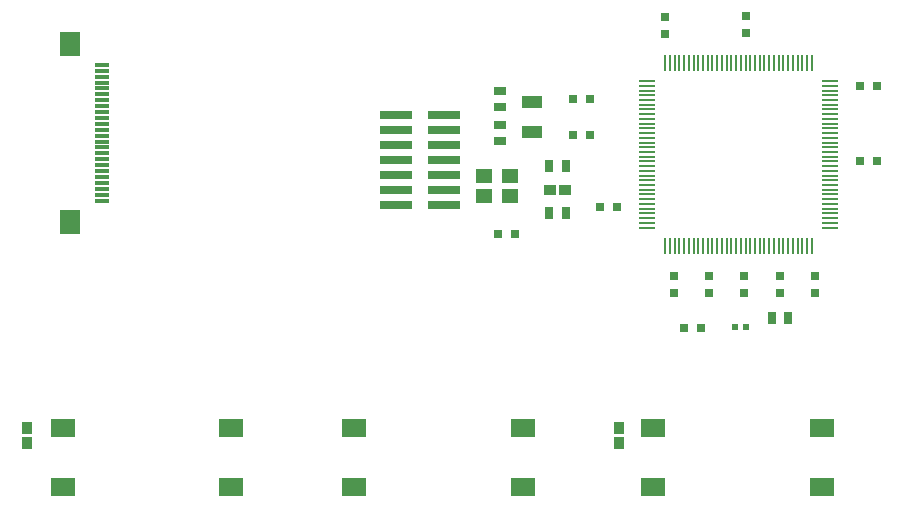
<source format=gbr>
%TF.GenerationSoftware,KiCad,Pcbnew,9.0.6*%
%TF.CreationDate,2025-12-08T21:47:25-05:00*%
%TF.ProjectId,electrical,656c6563-7472-4696-9361-6c2e6b696361,rev?*%
%TF.SameCoordinates,Original*%
%TF.FileFunction,Paste,Top*%
%TF.FilePolarity,Positive*%
%FSLAX46Y46*%
G04 Gerber Fmt 4.6, Leading zero omitted, Abs format (unit mm)*
G04 Created by KiCad (PCBNEW 9.0.6) date 2025-12-08 21:47:25*
%MOMM*%
%LPD*%
G01*
G04 APERTURE LIST*
%ADD10R,1.400000X1.200000*%
%ADD11R,0.700000X0.700000*%
%ADD12R,2.000000X1.500000*%
%ADD13R,0.780000X0.990000*%
%ADD14R,1.300000X0.300000*%
%ADD15R,1.800000X2.000000*%
%ADD16R,1.100000X0.950000*%
%ADD17R,1.475000X0.200000*%
%ADD18R,0.200000X1.475000*%
%ADD19R,0.950000X1.100000*%
%ADD20R,1.800000X1.000000*%
%ADD21R,2.790000X0.740000*%
%ADD22R,0.990000X0.780000*%
%ADD23R,0.550000X0.600000*%
G04 APERTURE END LIST*
D10*
%TO.C,Y3*%
X164715000Y-83630000D03*
X162515000Y-83630000D03*
X162515000Y-85330000D03*
X164715000Y-85330000D03*
%TD*%
D11*
%TO.C,C6*%
X172330000Y-86330000D03*
X173730000Y-86330000D03*
%TD*%
%TO.C,C18*%
X190530000Y-93530000D03*
X190530000Y-92130000D03*
%TD*%
D12*
%TO.C,S4*%
X165750000Y-110000000D03*
X151450000Y-110000000D03*
X165750000Y-105000000D03*
X151450000Y-105000000D03*
%TD*%
%TO.C,S3*%
X176800000Y-105000000D03*
X191100000Y-105000000D03*
X176800000Y-110000000D03*
X191100000Y-110000000D03*
%TD*%
D11*
%TO.C,C20*%
X181530000Y-93530000D03*
X181530000Y-92130000D03*
%TD*%
%TO.C,C11*%
X178530000Y-93530000D03*
X178530000Y-92130000D03*
%TD*%
%TO.C,C17*%
X195730000Y-82430000D03*
X194330000Y-82430000D03*
%TD*%
%TO.C,C15*%
X177830000Y-70230000D03*
X177830000Y-71630000D03*
%TD*%
D13*
%TO.C,C32*%
X168015000Y-82830000D03*
X169415000Y-82830000D03*
%TD*%
D11*
%TO.C,C14*%
X184630000Y-70130000D03*
X184630000Y-71530000D03*
%TD*%
D14*
%TO.C,J2*%
X130175000Y-74250000D03*
X130175000Y-74750000D03*
X130175000Y-75250000D03*
X130175000Y-75750000D03*
X130175000Y-76250000D03*
X130175000Y-76750000D03*
X130175000Y-77250000D03*
X130175000Y-77750000D03*
X130175000Y-78250000D03*
X130175000Y-78750000D03*
X130175000Y-79250000D03*
X130175000Y-79750000D03*
X130175000Y-80250000D03*
X130175000Y-80750000D03*
X130175000Y-81250000D03*
X130175000Y-81750000D03*
X130175000Y-82250000D03*
X130175000Y-82750000D03*
X130175000Y-83250000D03*
X130175000Y-83750000D03*
X130175000Y-84250000D03*
X130175000Y-84750000D03*
X130175000Y-85250000D03*
X130175000Y-85750000D03*
D15*
X127425000Y-72450000D03*
X127425000Y-87550000D03*
%TD*%
D11*
%TO.C,C13*%
X187530000Y-93530000D03*
X187530000Y-92130000D03*
%TD*%
D16*
%TO.C,R10*%
X168065000Y-84830000D03*
X169365000Y-84830000D03*
%TD*%
D12*
%TO.C,S2*%
X126800000Y-105000000D03*
X141100000Y-105000000D03*
X126800000Y-110000000D03*
X141100000Y-110000000D03*
%TD*%
D17*
%TO.C,IC1*%
X176292000Y-75630000D03*
X176292000Y-76030000D03*
X176292000Y-76430000D03*
X176292000Y-76830000D03*
X176292000Y-77230000D03*
X176292000Y-77630000D03*
X176292000Y-78030000D03*
X176292000Y-78430000D03*
X176292000Y-78830000D03*
X176292000Y-79230000D03*
X176292000Y-79630000D03*
X176292000Y-80030000D03*
X176292000Y-80430000D03*
X176292000Y-80830000D03*
X176292000Y-81230000D03*
X176292000Y-81630000D03*
X176292000Y-82030000D03*
X176292000Y-82430000D03*
X176292000Y-82830000D03*
X176292000Y-83230000D03*
X176292000Y-83630000D03*
X176292000Y-84030000D03*
X176292000Y-84430000D03*
X176292000Y-84830000D03*
X176292000Y-85230000D03*
X176292000Y-85630000D03*
X176292000Y-86030000D03*
X176292000Y-86430000D03*
X176292000Y-86830000D03*
X176292000Y-87230000D03*
X176292000Y-87630000D03*
X176292000Y-88030000D03*
D18*
X177830000Y-89568000D03*
X178230000Y-89568000D03*
X178630000Y-89568000D03*
X179030000Y-89568000D03*
X179430000Y-89568000D03*
X179830000Y-89568000D03*
X180230000Y-89568000D03*
X180630000Y-89568000D03*
X181030000Y-89568000D03*
X181430000Y-89568000D03*
X181830000Y-89568000D03*
X182230000Y-89568000D03*
X182630000Y-89568000D03*
X183030000Y-89568000D03*
X183430000Y-89568000D03*
X183830000Y-89568000D03*
X184230000Y-89568000D03*
X184630000Y-89568000D03*
X185030000Y-89568000D03*
X185430000Y-89568000D03*
X185830000Y-89568000D03*
X186230000Y-89568000D03*
X186630000Y-89568000D03*
X187030000Y-89568000D03*
X187430000Y-89568000D03*
X187830000Y-89568000D03*
X188230000Y-89568000D03*
X188630000Y-89568000D03*
X189030000Y-89568000D03*
X189430000Y-89568000D03*
X189830000Y-89568000D03*
X190230000Y-89568000D03*
D17*
X191768000Y-88030000D03*
X191768000Y-87630000D03*
X191768000Y-87230000D03*
X191768000Y-86830000D03*
X191768000Y-86430000D03*
X191768000Y-86030000D03*
X191768000Y-85630000D03*
X191768000Y-85230000D03*
X191768000Y-84830000D03*
X191768000Y-84430000D03*
X191768000Y-84030000D03*
X191768000Y-83630000D03*
X191768000Y-83230000D03*
X191768000Y-82830000D03*
X191768000Y-82430000D03*
X191768000Y-82030000D03*
X191768000Y-81630000D03*
X191768000Y-81230000D03*
X191768000Y-80830000D03*
X191768000Y-80430000D03*
X191768000Y-80030000D03*
X191768000Y-79630000D03*
X191768000Y-79230000D03*
X191768000Y-78830000D03*
X191768000Y-78430000D03*
X191768000Y-78030000D03*
X191768000Y-77630000D03*
X191768000Y-77230000D03*
X191768000Y-76830000D03*
X191768000Y-76430000D03*
X191768000Y-76030000D03*
X191768000Y-75630000D03*
D18*
X190230000Y-74092000D03*
X189830000Y-74092000D03*
X189430000Y-74092000D03*
X189030000Y-74092000D03*
X188630000Y-74092000D03*
X188230000Y-74092000D03*
X187830000Y-74092000D03*
X187430000Y-74092000D03*
X187030000Y-74092000D03*
X186630000Y-74092000D03*
X186230000Y-74092000D03*
X185830000Y-74092000D03*
X185430000Y-74092000D03*
X185030000Y-74092000D03*
X184630000Y-74092000D03*
X184230000Y-74092000D03*
X183830000Y-74092000D03*
X183430000Y-74092000D03*
X183030000Y-74092000D03*
X182630000Y-74092000D03*
X182230000Y-74092000D03*
X181830000Y-74092000D03*
X181430000Y-74092000D03*
X181030000Y-74092000D03*
X180630000Y-74092000D03*
X180230000Y-74092000D03*
X179830000Y-74092000D03*
X179430000Y-74092000D03*
X179030000Y-74092000D03*
X178630000Y-74092000D03*
X178230000Y-74092000D03*
X177830000Y-74092000D03*
%TD*%
D11*
%TO.C,C5*%
X163676250Y-88607000D03*
X165076250Y-88607000D03*
%TD*%
%TO.C,C2*%
X170030000Y-80230000D03*
X171430000Y-80230000D03*
%TD*%
D19*
%TO.C,R5*%
X123800000Y-106300000D03*
X123800000Y-105000000D03*
%TD*%
D11*
%TO.C,C16*%
X179430000Y-96530000D03*
X180830000Y-96530000D03*
%TD*%
%TO.C,C12*%
X184530000Y-93530000D03*
X184530000Y-92130000D03*
%TD*%
D13*
%TO.C,C4*%
X186830000Y-95730000D03*
X188230000Y-95730000D03*
%TD*%
D20*
%TO.C,Y1*%
X166530000Y-79930000D03*
X166530000Y-77430000D03*
%TD*%
D21*
%TO.C,J1*%
X155030000Y-78520000D03*
X159100000Y-78520000D03*
X155030000Y-79790000D03*
X159100000Y-79790000D03*
X155030000Y-81060000D03*
X159100000Y-81060000D03*
X155030000Y-82330000D03*
X159100000Y-82330000D03*
X155030000Y-83600000D03*
X159100000Y-83600000D03*
X155030000Y-84870000D03*
X159100000Y-84870000D03*
X155030000Y-86140000D03*
X159100000Y-86140000D03*
%TD*%
D22*
%TO.C,C22*%
X163830000Y-79330000D03*
X163830000Y-80730000D03*
%TD*%
D23*
%TO.C,FB1*%
X183730000Y-96430000D03*
X184680000Y-96430000D03*
%TD*%
D19*
%TO.C,R2*%
X173900000Y-106300000D03*
X173900000Y-105000000D03*
%TD*%
D11*
%TO.C,C10*%
X195730000Y-76030000D03*
X194330000Y-76030000D03*
%TD*%
D22*
%TO.C,C9*%
X163830000Y-77830000D03*
X163830000Y-76430000D03*
%TD*%
D11*
%TO.C,C21*%
X170030000Y-77130000D03*
X171430000Y-77130000D03*
%TD*%
D13*
%TO.C,C33*%
X168015000Y-86830000D03*
X169415000Y-86830000D03*
%TD*%
M02*

</source>
